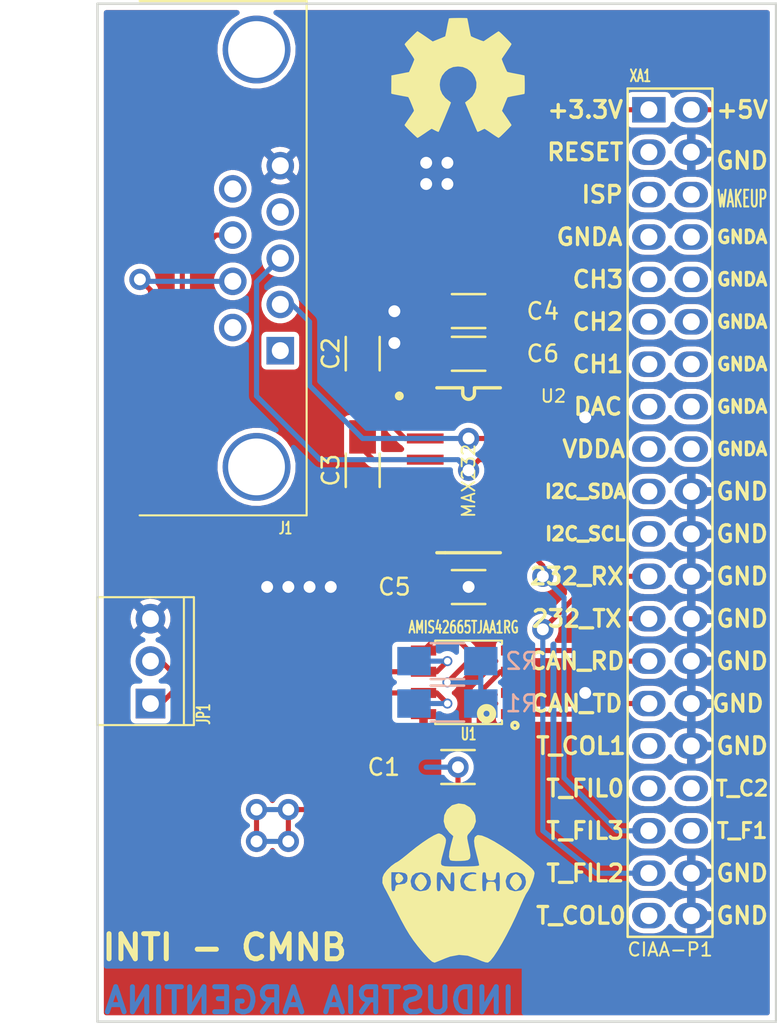
<source format=kicad_pcb>
(kicad_pcb (version 4) (host pcbnew 4.0.0-rc1-stable)
  (layers (0 F.Cu signal) (31 B.Cu signal) (34 B.Paste user) (35 F.Paste user) (36 B.SilkS user) (37 F.SilkS user) (38 B.Mask user) (39 F.Mask user) (44 Edge.Cuts user))
  (net 0 "")
  (net 1 GND)
  (net 2 +5V)
  (net 3 "Net-(C2-Pad1)")
  (net 4 "Net-(C2-Pad2)")
  (net 5 "Net-(C3-Pad1)")
  (net 6 "Net-(C3-Pad2)")
  (net 7 "Net-(C4-Pad2)")
  (net 8 "Net-(C5-Pad2)")
  (net 9 "Net-(J1-Pad1)")
  (net 10 "Net-(J1-Pad2)")
  (net 11 "Net-(J1-Pad3)")
  (net 12 "Net-(J1-Pad4)")
  (net 13 "Net-(J1-Pad6)")
  (net 14 "Net-(J1-Pad7)")
  (net 15 "Net-(J1-Pad8)")
  (net 16 "Net-(J1-Pad9)")
  (net 17 "/Conector y CAN/CAN_P")
  (net 18 "/Conector y CAN/CAN_N")
  (net 19 "Net-(R1-Pad2)")
  (net 20 "/Conector y CAN/CAN_TX")
  (net 21 "/Conector y CAN/CAN_RX")
  (net 22 "/Conector y CAN/RTS")
  (net 23 "/Conector y CAN/CTS")
  (net 24 "/Conector y CAN/RXD")
  (net 25 "/Conector y CAN/TXD")
  (net 26 +3.3V)
  (net 27 "Net-(XA1-Pad11)")
  (net 28 "Net-(XA1-Pad13)")
  (net 29 "Net-(XA1-Pad6)")
  (net 30 "Net-(XA1-Pad15)")
  (net 31 "Net-(XA1-Pad8)")
  (net 32 "Net-(XA1-Pad17)")
  (net 33 "Net-(XA1-Pad10)")
  (net 34 "Net-(XA1-Pad19)")
  (net 35 "Net-(XA1-Pad12)")
  (net 36 "Net-(XA1-Pad21)")
  (net 37 "Net-(XA1-Pad14)")
  (net 38 "Net-(XA1-Pad16)")
  (net 39 "Net-(XA1-Pad18)")
  (net 40 "Net-(XA1-Pad31)")
  (net 41 "Net-(XA1-Pad33)")
  (net 42 "Net-(XA1-Pad34)")
  (net 43 "Net-(XA1-Pad36)")
  (net 44 "Net-(XA1-Pad3)")
  (net 45 "Net-(XA1-Pad5)")
  (net 46 "Net-(XA1-Pad7)")
  (net 47 "Net-(XA1-Pad9)")
  (net 48 "Net-(XA1-Pad39)")
  (module ej2:DB9_F_TH (layer F.Cu) (at 196.85 73.66 90)
    (fp_text reference J1 (at -16.165 1.735 180) (layer F.SilkS) (effects (font (size 0.7112 0.4572) (thickness 0.1143))))
    (fp_text value DB9-F hide)
    (pad 1 thru_hole rect (at -5.5372 1.4224 90) (size 1.651 1.651) (drill 1.016) (layers *.Cu *.Mask) (net 9 "Net-(J1-Pad1)"))
    (pad 2 thru_hole circle (at -2.7686 1.4224 90) (size 1.651 1.651) (drill 1.016) (layers *.Cu *.Mask) (net 10 "Net-(J1-Pad2)"))
    (pad 3 thru_hole circle (at 0 1.4224 90) (size 1.651 1.651) (drill 1.016) (layers *.Cu *.Mask) (net 11 "Net-(J1-Pad3)"))
    (pad 4 thru_hole circle (at 2.7686 1.4224 90) (size 1.651 1.651) (drill 1.016) (layers *.Cu *.Mask) (net 12 "Net-(J1-Pad4)"))
    (pad 5 thru_hole circle (at 5.5372 1.4224 90) (size 1.651 1.651) (drill 1.016) (layers *.Cu *.Mask) (net 1 GND))
    (pad 6 thru_hole circle (at -4.1529 -1.4224 90) (size 1.651 1.651) (drill 1.016) (layers *.Cu *.Mask) (net 13 "Net-(J1-Pad6)"))
    (pad 7 thru_hole circle (at -1.3843 -1.4224 90) (size 1.651 1.651) (drill 1.016) (layers *.Cu *.Mask) (net 14 "Net-(J1-Pad7)"))
    (pad 8 thru_hole circle (at 1.3843 -1.4224 90) (size 1.651 1.651) (drill 1.016) (layers *.Cu *.Mask) (net 15 "Net-(J1-Pad8)"))
    (pad 9 thru_hole circle (at 4.1529 -1.4224 90) (size 1.651 1.651) (drill 1.016) (layers *.Cu *.Mask) (net 16 "Net-(J1-Pad9)"))
    (pad 10 thru_hole circle (at -12.4968 0 90) (size 4.064 4.064) (drill 3.4) (layers *.Cu *.Mask))
    (pad 11 thru_hole circle (at 12.4968 0 90) (size 4.064 4.064) (drill 3.4) (layers *.Cu *.Mask))
  )
  (module ej2:CON_PALETA_3 (layer F.Cu) (at 190.5 97.79 90)
    (fp_text reference JP1 (at -3.175 3.175 90) (layer F.SilkS) (effects (font (size 0.762 0.4572) (thickness 0.127))))
    (fp_text value CAN)
    (pad 1 thru_hole rect (at -2.54 0 90) (size 1.778 1.778) (drill 1) (layers *.Cu *.Mask) (net 17 "/Conector y CAN/CAN_P"))
    (pad 2 thru_hole circle (at 0 0 90) (size 1.778 1.778) (drill 1) (layers *.Cu *.Mask) (net 18 "/Conector y CAN/CAN_N"))
    (pad 3 thru_hole circle (at 2.54 0 90) (size 1.778 1.778) (drill 1) (layers *.Cu *.Mask) (net 1 GND))
  )
  (module ej2:R_1206_HandSoldering (layer B.Cu) (at 208.28 100.33)
    (fp_text reference R1 (at 4.445 0) (layer B.SilkS) (effects (justify mirror)))
    (fp_text value 60)
    (pad 1 smd rect (at -2 0) (size 2 1.7) (layers B.Cu B.Paste B.Mask) (net 17 "/Conector y CAN/CAN_P"))
    (pad 2 smd rect (at 2 0) (size 2 1.7) (layers B.Cu B.Paste B.Mask) (net 19 "Net-(R1-Pad2)"))
  )
  (module ej2:R_1206_HandSoldering (layer B.Cu) (at 208.28 97.79 180)
    (fp_text reference R2 (at -4.445 0 180) (layer B.SilkS) (effects (justify mirror)))
    (fp_text value 60)
    (pad 1 smd rect (at -2 0 180) (size 2 1.7) (layers B.Cu B.Paste B.Mask) (net 19 "Net-(R1-Pad2)"))
    (pad 2 smd rect (at 2 0 180) (size 2 1.7) (layers B.Cu B.Paste B.Mask) (net 18 "/Conector y CAN/CAN_N"))
  )
  (module ej2:SOIC-8 (layer F.Cu) (at 209.55 99.06 180)
    (fp_text reference U1 (at 0 -3.1 180) (layer F.SilkS) (effects (font (size 0.7112 0.4572) (thickness 0.1143))))
    (fp_text value AMIS42665TJAA1RG (at 0.3 3.3 180) (layer F.SilkS) (effects (font (size 0.7112 0.4572) (thickness 0.1143))))
    (pad 1 smd rect (at -2.7 -1.905 90) (size 0.6 1.52) (layers F.Cu F.Paste F.Mask) (net 20 "/Conector y CAN/CAN_TX"))
    (pad 2 smd rect (at -2.7 -0.635 90) (size 0.6 1.52) (layers F.Cu F.Paste F.Mask) (net 1 GND))
    (pad 3 smd rect (at -2.7 0.635 90) (size 0.6 1.52) (layers F.Cu F.Paste F.Mask) (net 2 +5V))
    (pad 4 smd rect (at -2.7 1.905 90) (size 0.6 1.52) (layers F.Cu F.Paste F.Mask) (net 21 "/Conector y CAN/CAN_RX"))
    (pad 5 smd rect (at 2.7 1.905 90) (size 0.6 1.52) (layers F.Cu F.Paste F.Mask) (net 19 "Net-(R1-Pad2)"))
    (pad 6 smd rect (at 2.7 0.635 90) (size 0.6 1.52) (layers F.Cu F.Paste F.Mask) (net 18 "/Conector y CAN/CAN_N"))
    (pad 7 smd rect (at 2.7 -0.635 90) (size 0.6 1.52) (layers F.Cu F.Paste F.Mask) (net 17 "/Conector y CAN/CAN_P"))
    (pad 8 smd rect (at 2.7 -1.905 90) (size 0.6 1.52) (layers F.Cu F.Paste F.Mask) (net 1 GND))
  )
  (module ej2:SP3232ECN-SOIC16N (layer F.Cu) (at 209.55 86.36 270)
    (fp_text reference U2 (at -4.445 -5.08 360) (layer F.SilkS) (effects (font (size 0.762 0.762) (thickness 0.1143))))
    (fp_text value MAX232 (at 0.635 0 270) (layer F.SilkS) (effects (font (size 0.762 0.762) (thickness 0.1143))))
    (pad 1 smd rect (at -4.445 2.59842 270) (size 0.59944 2.19964) (layers F.Cu F.Paste F.Mask) (net 3 "Net-(C2-Pad1)"))
    (pad 2 smd rect (at -3.175 2.59842 270) (size 0.59944 2.19964) (layers F.Cu F.Paste F.Mask) (net 7 "Net-(C4-Pad2)"))
    (pad 3 smd rect (at -1.905 2.59842 270) (size 0.59944 2.19964) (layers F.Cu F.Paste F.Mask) (net 4 "Net-(C2-Pad2)"))
    (pad 4 smd rect (at -0.635 2.59842 270) (size 0.59944 2.19964) (layers F.Cu F.Paste F.Mask) (net 5 "Net-(C3-Pad1)"))
    (pad 5 smd rect (at 0.635 2.59842 270) (size 0.59944 2.19964) (layers F.Cu F.Paste F.Mask) (net 6 "Net-(C3-Pad2)"))
    (pad 6 smd rect (at 1.905 2.59842 270) (size 0.59944 2.19964) (layers F.Cu F.Paste F.Mask) (net 8 "Net-(C5-Pad2)"))
    (pad 7 smd rect (at 3.175 2.59842 270) (size 0.59944 2.19964) (layers F.Cu F.Paste F.Mask) (net 15 "Net-(J1-Pad8)"))
    (pad 8 smd rect (at 4.445 2.59842 270) (size 0.59944 2.19964) (layers F.Cu F.Paste F.Mask) (net 14 "Net-(J1-Pad7)"))
    (pad 9 smd rect (at 4.445 -2.59842 270) (size 0.59944 2.19964) (layers F.Cu F.Paste F.Mask) (net 22 "/Conector y CAN/RTS"))
    (pad 10 smd rect (at 3.175 -2.59842 270) (size 0.59944 2.19964) (layers F.Cu F.Paste F.Mask) (net 23 "/Conector y CAN/CTS"))
    (pad 11 smd rect (at 1.905 -2.59842 270) (size 0.59944 2.19964) (layers F.Cu F.Paste F.Mask) (net 24 "/Conector y CAN/RXD"))
    (pad 12 smd rect (at 0.635 -2.59842 270) (size 0.59944 2.19964) (layers F.Cu F.Paste F.Mask) (net 25 "/Conector y CAN/TXD"))
    (pad 13 smd rect (at -0.635 -2.59842 270) (size 0.59944 2.19964) (layers F.Cu F.Paste F.Mask) (net 11 "Net-(J1-Pad3)"))
    (pad 14 smd rect (at -1.905 -2.59842 270) (size 0.59944 2.19964) (layers F.Cu F.Paste F.Mask) (net 10 "Net-(J1-Pad2)"))
    (pad 15 smd rect (at -3.175 -2.59842 270) (size 0.59944 2.19964) (layers F.Cu F.Paste F.Mask) (net 1 GND))
    (pad 16 smd rect (at -4.445 -2.59842 270) (size 0.59944 2.19964) (layers F.Cu F.Paste F.Mask) (net 26 +3.3V))
  )
  (module ej2:Conn_Poncho_Derecha (layer F.Cu) (at 220.345 64.77)
    (fp_text reference XA1 (at -0.508 -2.032) (layer F.SilkS) (effects (font (size 0.7112 0.4572) (thickness 0.1143))))
    (fp_text value Conn_Poncho2P_2x_20x2 hide)
    (fp_text user GND (at 5.588 48.26) (layer F.SilkS) (effects (font (thickness 0.2))))
    (fp_text user GND (at 5.588 45.72) (layer F.SilkS) (effects (font (thickness 0.2))))
    (fp_text user T_F1 (at 5.588 43.18) (layer F.SilkS) (effects (font (size 0.9 0.9) (thickness 0.18))))
    (fp_text user T_C2 (at 5.588 40.64) (layer F.SilkS) (effects (font (size 0.9 0.9) (thickness 0.18))))
    (fp_text user GND (at 5.588 38.1) (layer F.SilkS) (effects (font (thickness 0.2))))
    (fp_text user GND (at 5.334 35.56) (layer F.SilkS) (effects (font (thickness 0.2))))
    (fp_text user GND (at 5.588 33.02) (layer F.SilkS) (effects (font (thickness 0.2))))
    (fp_text user GND (at 5.588 30.48) (layer F.SilkS) (effects (font (thickness 0.2))))
    (fp_text user GND (at 5.588 27.94) (layer F.SilkS) (effects (font (thickness 0.2))))
    (fp_text user GND (at 5.588 25.4) (layer F.SilkS) (effects (font (thickness 0.2))))
    (fp_text user GND (at 5.588 22.86) (layer F.SilkS) (effects (font (thickness 0.2))))
    (fp_text user GNDA (at 5.588 20.32) (layer F.SilkS) (effects (font (size 0.76 0.76) (thickness 0.19))))
    (fp_text user GNDA (at 5.588 17.78) (layer F.SilkS) (effects (font (size 0.76 0.76) (thickness 0.19))))
    (fp_text user GNDA (at 5.588 15.24) (layer F.SilkS) (effects (font (size 0.76 0.76) (thickness 0.19))))
    (fp_text user GNDA (at 5.588 12.7) (layer F.SilkS) (effects (font (size 0.76 0.76) (thickness 0.19))))
    (fp_text user GNDA (at 5.588 10.16) (layer F.SilkS) (effects (font (size 0.76 0.76) (thickness 0.19))))
    (fp_text user GNDA (at 5.588 7.62) (layer F.SilkS) (effects (font (size 0.76 0.76) (thickness 0.19))))
    (fp_text user WAKEUP (at 5.588 5.334) (layer F.SilkS) (effects (font (size 1 0.5) (thickness 0.125))))
    (fp_text user GND (at 5.588 3.048) (layer F.SilkS) (effects (font (thickness 0.2))))
    (fp_text user +5V (at 5.588 0) (layer F.SilkS) (effects (font (thickness 0.2))))
    (fp_text user T_COL0 (at -4.064 48.26) (layer F.SilkS) (effects (font (thickness 0.2))))
    (fp_text user T_FIL2 (at -3.81 45.72) (layer F.SilkS) (effects (font (thickness 0.2))))
    (fp_text user T_FIL3 (at -3.81 43.18) (layer F.SilkS) (effects (font (thickness 0.2))))
    (fp_text user T_FIL0 (at -3.81 40.64) (layer F.SilkS) (effects (font (thickness 0.2))))
    (fp_text user T_COL1 (at -4.064 38.1) (layer F.SilkS) (effects (font (thickness 0.2))))
    (fp_text user CAN_TD (at -4.318 35.56) (layer F.SilkS) (effects (font (thickness 0.2))))
    (fp_text user CAN_RD (at -4.318 33.02) (layer F.SilkS) (effects (font (thickness 0.2))))
    (fp_text user 232_TX (at -4.318 30.48) (layer F.SilkS) (effects (font (thickness 0.2))))
    (fp_text user 232_RX (at -4.318 27.94) (layer F.SilkS) (effects (font (thickness 0.2))))
    (fp_text user I2C_SCL (at -3.81 25.4) (layer F.SilkS) (effects (font (size 0.8 0.8) (thickness 0.2))))
    (fp_text user I2C_SDA (at -3.81 22.86) (layer F.SilkS) (effects (font (size 0.8 0.8) (thickness 0.2))))
    (fp_text user VDDA (at -3.302 20.32) (layer F.SilkS) (effects (font (thickness 0.2))))
    (fp_text user DAC (at -3.048 17.78) (layer F.SilkS) (effects (font (thickness 0.2))))
    (fp_text user CH1 (at -3.048 15.24) (layer F.SilkS) (effects (font (thickness 0.2))))
    (fp_text user CH2 (at -3.048 12.7) (layer F.SilkS) (effects (font (thickness 0.2))))
    (fp_text user CH3 (at -3.048 10.16) (layer F.SilkS) (effects (font (thickness 0.2))))
    (fp_text user GNDA (at -3.556 7.62) (layer F.SilkS) (effects (font (thickness 0.2))))
    (fp_text user ISP (at -2.794 5.08) (layer F.SilkS) (effects (font (thickness 0.2))))
    (fp_text user RESET (at -3.81 2.54) (layer F.SilkS) (effects (font (thickness 0.2))))
    (fp_text user CIAA-P1 (at 1.27 50.292) (layer F.SilkS) (effects (font (size 0.8 0.8) (thickness 0.12))))
    (fp_text user +3.3V (at -3.81 0) (layer F.SilkS) (effects (font (thickness 0.2))))
    (pad 1 thru_hole rect (at 0 0 270) (size 1.524 2) (drill 1.016) (layers *.Cu *.Mask) (net 26 +3.3V))
    (pad 2 thru_hole oval (at 2.54 0 270) (size 1.524 2) (drill 1.016) (layers *.Cu *.Mask) (net 2 +5V))
    (pad 11 thru_hole oval (at 0 12.7 270) (size 1.524 2) (drill 1.016) (layers *.Cu *.Mask) (net 27 "Net-(XA1-Pad11)"))
    (pad 4 thru_hole oval (at 2.54 2.54 270) (size 1.524 2) (drill 1.016) (layers *.Cu *.Mask) (net 1 GND))
    (pad 13 thru_hole oval (at 0 15.24 270) (size 1.524 2) (drill 1.016) (layers *.Cu *.Mask) (net 28 "Net-(XA1-Pad13)"))
    (pad 6 thru_hole oval (at 2.54 5.08 270) (size 1.524 2) (drill 1.016) (layers *.Cu *.Mask) (net 29 "Net-(XA1-Pad6)"))
    (pad 15 thru_hole oval (at 0 17.78 270) (size 1.524 2) (drill 1.016) (layers *.Cu *.Mask) (net 30 "Net-(XA1-Pad15)"))
    (pad 8 thru_hole oval (at 2.54 7.62 270) (size 1.524 2) (drill 1.016) (layers *.Cu *.Mask) (net 31 "Net-(XA1-Pad8)"))
    (pad 17 thru_hole oval (at 0 20.32 270) (size 1.524 2) (drill 1.016) (layers *.Cu *.Mask) (net 32 "Net-(XA1-Pad17)"))
    (pad 10 thru_hole oval (at 2.54 10.16 270) (size 1.524 2) (drill 1.016) (layers *.Cu *.Mask) (net 33 "Net-(XA1-Pad10)"))
    (pad 19 thru_hole oval (at 0 22.86 270) (size 1.524 2) (drill 1.016) (layers *.Cu *.Mask) (net 34 "Net-(XA1-Pad19)"))
    (pad 12 thru_hole oval (at 2.54 12.7 270) (size 1.524 2) (drill 1.016) (layers *.Cu *.Mask) (net 35 "Net-(XA1-Pad12)"))
    (pad 21 thru_hole oval (at 0 25.4 270) (size 1.524 2) (drill 1.016) (layers *.Cu *.Mask) (net 36 "Net-(XA1-Pad21)"))
    (pad 14 thru_hole oval (at 2.54 15.24 270) (size 1.524 2) (drill 1.016) (layers *.Cu *.Mask) (net 37 "Net-(XA1-Pad14)"))
    (pad 23 thru_hole oval (at 0 27.94 270) (size 1.524 2) (drill 1.016) (layers *.Cu *.Mask) (net 25 "/Conector y CAN/TXD"))
    (pad 16 thru_hole oval (at 2.54 17.78 270) (size 1.524 2) (drill 1.016) (layers *.Cu *.Mask) (net 38 "Net-(XA1-Pad16)"))
    (pad 25 thru_hole oval (at 0 30.48 270) (size 1.524 2) (drill 1.016) (layers *.Cu *.Mask) (net 24 "/Conector y CAN/RXD"))
    (pad 18 thru_hole oval (at 2.54 20.32 270) (size 1.524 2) (drill 1.016) (layers *.Cu *.Mask) (net 39 "Net-(XA1-Pad18)"))
    (pad 27 thru_hole oval (at 0 33.02 270) (size 1.524 2) (drill 1.016) (layers *.Cu *.Mask) (net 21 "/Conector y CAN/CAN_RX"))
    (pad 20 thru_hole oval (at 2.54 22.86 270) (size 1.524 2) (drill 1.016) (layers *.Cu *.Mask) (net 1 GND))
    (pad 29 thru_hole oval (at 0 35.56 270) (size 1.524 2) (drill 1.016) (layers *.Cu *.Mask) (net 20 "/Conector y CAN/CAN_TX"))
    (pad 22 thru_hole oval (at 2.54 25.4 270) (size 1.524 2) (drill 1.016) (layers *.Cu *.Mask) (net 1 GND))
    (pad 31 thru_hole oval (at 0 38.1 270) (size 1.524 2) (drill 1.016) (layers *.Cu *.Mask) (net 40 "Net-(XA1-Pad31)"))
    (pad 24 thru_hole oval (at 2.54 27.94 270) (size 1.524 2) (drill 1.016) (layers *.Cu *.Mask) (net 1 GND))
    (pad 26 thru_hole oval (at 2.54 30.48 270) (size 1.524 2) (drill 1.016) (layers *.Cu *.Mask) (net 1 GND))
    (pad 33 thru_hole oval (at 0 40.64 270) (size 1.524 2) (drill 1.016) (layers *.Cu *.Mask) (net 41 "Net-(XA1-Pad33)"))
    (pad 28 thru_hole oval (at 2.54 33.02 270) (size 1.524 2) (drill 1.016) (layers *.Cu *.Mask) (net 1 GND))
    (pad 32 thru_hole oval (at 2.54 38.1 270) (size 1.524 2) (drill 1.016) (layers *.Cu *.Mask) (net 1 GND))
    (pad 34 thru_hole oval (at 2.54 40.64 270) (size 1.524 2) (drill 1.016) (layers *.Cu *.Mask) (net 42 "Net-(XA1-Pad34)"))
    (pad 36 thru_hole oval (at 2.54 43.18 270) (size 1.524 2) (drill 1.016) (layers *.Cu *.Mask) (net 43 "Net-(XA1-Pad36)"))
    (pad 38 thru_hole oval (at 2.54 45.72 270) (size 1.524 2) (drill 1.016) (layers *.Cu *.Mask) (net 1 GND))
    (pad 35 thru_hole oval (at 0 43.18 270) (size 1.524 2) (drill 1.016) (layers *.Cu *.Mask) (net 22 "/Conector y CAN/RTS"))
    (pad 37 thru_hole oval (at 0 45.72 270) (size 1.524 2) (drill 1.016) (layers *.Cu *.Mask) (net 23 "/Conector y CAN/CTS"))
    (pad 3 thru_hole oval (at 0 2.54 270) (size 1.524 2) (drill 1.016) (layers *.Cu *.Mask) (net 44 "Net-(XA1-Pad3)"))
    (pad 5 thru_hole oval (at 0 5.08 270) (size 1.524 2) (drill 1.016) (layers *.Cu *.Mask) (net 45 "Net-(XA1-Pad5)"))
    (pad 7 thru_hole oval (at 0 7.62 270) (size 1.524 2) (drill 1.016) (layers *.Cu *.Mask) (net 46 "Net-(XA1-Pad7)"))
    (pad 9 thru_hole oval (at 0 10.16 270) (size 1.524 2) (drill 1.016) (layers *.Cu *.Mask) (net 47 "Net-(XA1-Pad9)"))
    (pad 39 thru_hole oval (at 0 48.26 270) (size 1.524 2) (drill 1.016) (layers *.Cu *.Mask) (net 48 "Net-(XA1-Pad39)"))
    (pad 40 thru_hole oval (at 2.54 48.26 270) (size 1.524 2) (drill 1.016) (layers *.Cu *.Mask) (net 1 GND))
    (pad 30 thru_hole oval (at 2.54 35.56 270) (size 1.524 2) (drill 1.016) (layers *.Cu *.Mask) (net 1 GND))
  )
  (module ej2:C_1206_HandSoldering (layer F.Cu) (at 208.915 104.14)
    (fp_text reference C1 (at -4.445 0) (layer F.SilkS))
    (fp_text value 100nF)
    (pad 1 smd rect (at -2 0) (size 2 1.6) (layers F.Cu F.Paste F.Mask) (net 1 GND))
    (pad 2 smd rect (at 2 0) (size 2 1.6) (layers F.Cu F.Paste F.Mask) (net 2 +5V))
  )
  (module ej2:C_1206_HandSoldering (layer F.Cu) (at 203.2 79.375 270)
    (fp_text reference C2 (at 0 1.905 270) (layer F.SilkS))
    (fp_text value 100nF)
    (pad 1 smd rect (at -2 0 270) (size 2 1.6) (layers F.Cu F.Paste F.Mask) (net 3 "Net-(C2-Pad1)"))
    (pad 2 smd rect (at 2 0 270) (size 2 1.6) (layers F.Cu F.Paste F.Mask) (net 4 "Net-(C2-Pad2)"))
  )
  (module ej2:C_1206_HandSoldering (layer F.Cu) (at 203.2 86.36 270)
    (fp_text reference C3 (at 0 1.905 270) (layer F.SilkS))
    (fp_text value 100nF)
    (pad 1 smd rect (at -2 0 270) (size 2 1.6) (layers F.Cu F.Paste F.Mask) (net 5 "Net-(C3-Pad1)"))
    (pad 2 smd rect (at 2 0 270) (size 2 1.6) (layers F.Cu F.Paste F.Mask) (net 6 "Net-(C3-Pad2)"))
  )
  (module ej2:C_1206_HandSoldering (layer F.Cu) (at 209.55 76.835)
    (fp_text reference C4 (at 4.445 0) (layer F.SilkS))
    (fp_text value 100nF)
    (pad 1 smd rect (at -2 0) (size 2 1.6) (layers F.Cu F.Paste F.Mask) (net 1 GND))
    (pad 2 smd rect (at 2 0) (size 2 1.6) (layers F.Cu F.Paste F.Mask) (net 7 "Net-(C4-Pad2)"))
  )
  (module ej2:C_1206_HandSoldering (layer F.Cu) (at 209.55 93.345 180)
    (fp_text reference C5 (at 4.445 0 180) (layer F.SilkS))
    (fp_text value 100nF)
    (pad 1 smd rect (at -2 0 180) (size 2 1.6) (layers F.Cu F.Paste F.Mask) (net 1 GND))
    (pad 2 smd rect (at 2 0 180) (size 2 1.6) (layers F.Cu F.Paste F.Mask) (net 8 "Net-(C5-Pad2)"))
  )
  (module ej2:C_1206_HandSoldering (layer F.Cu) (at 209.55 79.375 180)
    (fp_text reference C6 (at -4.445 0 180) (layer F.SilkS))
    (fp_text value 100nF)
    (pad 1 smd rect (at -2 0 180) (size 2 1.6) (layers F.Cu F.Paste F.Mask) (net 26 +3.3V))
    (pad 2 smd rect (at 2 0 180) (size 2 1.6) (layers F.Cu F.Paste F.Mask) (net 1 GND))
  )
  (module ej2:Logo_Poncho (layer F.Cu) (at 208.915 111.125)
    (fp_text reference G*** hide)
    (fp_text value LOGO hide)
  )
  (module ej2:Logo_OSHWA (layer F.Cu) (at 208.915 62.865)
    (fp_text reference G101 hide)
    (fp_text value Logo_OSHWA hide)
  )
  (gr_text "INTI - CMNB" (at 194.945 114.935) (layer F.SilkS) (effects (font (size 1.5 1.5) (thickness 0.3))))
  (gr_text "INDUSTRIA ARGENTINA\n" (at 200.025 118.11) (layer B.Cu) (effects (font (size 1.5 1.5) (thickness 0.3)) (justify mirror)))
  (gr_line (start 187.325 119.38) (end 187.325 58.42) (angle 90) (layer Edge.Cuts) (width 0.15))
  (gr_line (start 227.965 119.38) (end 187.325 119.38) (angle 90) (layer Edge.Cuts) (width 0.15))
  (gr_line (start 227.965 58.42) (end 227.965 119.38) (angle 90) (layer Edge.Cuts) (width 0.15))
  (gr_line (start 187.325 58.42) (end 227.965 58.42) (angle 90) (layer Edge.Cuts) (width 0.15))
  (segment (start 198.755 108.585) (end 198.755 106.68) (width 0.3048) (layer F.Cu) (net 0))
  (via (at 198.755 108.585) (size 1.27) (drill 0.7112) (layers F.Cu B.Cu) (net 0))
  (segment (start 196.85 108.585) (end 198.755 108.585) (width 0.3048) (layer B.Cu) (net 0))
  (via (at 196.85 108.585) (size 1.27) (drill 0.7112) (layers F.Cu B.Cu) (net 0))
  (segment (start 196.85 106.68) (end 196.85 108.585) (width 0.3048) (layer F.Cu) (net 0))
  (via (at 196.85 106.68) (size 1.27) (drill 0.7112) (layers F.Cu B.Cu) (net 0))
  (segment (start 198.755 106.68) (end 196.85 106.68) (width 0.3048) (layer B.Cu) (net 0))
  (via (at 198.755 106.68) (size 1.27) (drill 0.7112) (layers F.Cu B.Cu) (net 0))
  (segment (start 199.39 106.68) (end 198.755 106.68) (width 0.3048) (layer F.Cu) (net 0))
  (segment (start 207.645 106.68) (end 199.39 106.68) (width 0.3048) (layer F.Cu) (net 0))
  (segment (start 208.915 105.41) (end 207.645 106.68) (width 0.3048) (layer F.Cu) (net 0))
  (segment (start 208.915 104.14) (end 208.915 105.41) (width 0.3048) (layer F.Cu) (net 0))
  (via (at 208.915 104.14) (size 1.27) (drill 0.7112) (layers F.Cu B.Cu) (net 0))
  (segment (start 207.01 104.14) (end 208.915 104.14) (width 0.3048) (layer B.Cu) (net 0))
  (segment (start 207.01 67.945) (end 207.01 69.215) (width 0.3048) (layer F.Cu) (net 1))
  (segment (start 205.105 71.12) (end 207.01 69.215) (width 0.3048) (layer F.Cu) (net 1))
  (via (at 207.01 69.215) (size 1.27) (drill 0.7112) (layers F.Cu B.Cu) (net 1))
  (segment (start 207.01 69.215) (end 208.28 69.215) (width 0.3048) (layer B.Cu) (net 1))
  (via (at 208.28 69.215) (size 1.27) (drill 0.7112) (layers F.Cu B.Cu) (net 1))
  (segment (start 208.28 69.215) (end 208.28 67.945) (width 0.3048) (layer F.Cu) (net 1))
  (via (at 208.28 67.945) (size 1.27) (drill 0.7112) (layers F.Cu B.Cu) (net 1))
  (segment (start 208.28 67.945) (end 207.01 67.945) (width 0.3048) (layer B.Cu) (net 1))
  (via (at 207.01 67.945) (size 1.27) (drill 0.7112) (layers F.Cu B.Cu) (net 1))
  (segment (start 205.105 76.835) (end 205.105 71.12) (width 0.3048) (layer F.Cu) (net 1))
  (segment (start 207.55 79.375) (end 205.74 79.375) (width 0.3048) (layer F.Cu) (net 1))
  (segment (start 205.105 76.835) (end 207.55 76.835) (width 0.3048) (layer F.Cu) (net 1))
  (via (at 205.105 76.835) (size 1.27) (drill 0.7112) (layers F.Cu B.Cu) (net 1))
  (segment (start 205.105 78.74) (end 205.105 76.835) (width 0.3048) (layer B.Cu) (net 1))
  (via (at 205.105 78.74) (size 1.27) (drill 0.7112) (layers F.Cu B.Cu) (net 1))
  (segment (start 205.74 79.375) (end 205.105 78.74) (width 0.3048) (layer F.Cu) (net 1))
  (segment (start 212.25 99.695) (end 216.535 99.695) (width 0.3048) (layer F.Cu) (net 1))
  (segment (start 216.535 83.185) (end 212.14842 83.185) (width 0.3048) (layer F.Cu) (net 1))
  (via (at 216.535 83.185) (size 1.27) (drill 0.7112) (layers F.Cu B.Cu) (net 1))
  (segment (start 216.535 99.695) (end 216.535 83.185) (width 0.3048) (layer B.Cu) (net 1))
  (via (at 216.535 99.695) (size 1.27) (drill 0.7112) (layers F.Cu B.Cu) (net 1))
  (segment (start 211.55 93.345) (end 209.55 93.345) (width 0.3048) (layer F.Cu) (net 1))
  (via (at 197.485 93.345) (size 1.27) (drill 0.7112) (layers F.Cu B.Cu) (net 1))
  (segment (start 198.755 93.345) (end 197.485 93.345) (width 0.3048) (layer F.Cu) (net 1))
  (via (at 198.755 93.345) (size 1.27) (drill 0.7112) (layers F.Cu B.Cu) (net 1))
  (segment (start 200.025 93.345) (end 198.755 93.345) (width 0.3048) (layer B.Cu) (net 1))
  (via (at 200.025 93.345) (size 1.27) (drill 0.7112) (layers F.Cu B.Cu) (net 1))
  (segment (start 201.295 93.345) (end 200.025 93.345) (width 0.3048) (layer F.Cu) (net 1))
  (via (at 201.295 93.345) (size 1.27) (drill 0.7112) (layers F.Cu B.Cu) (net 1))
  (segment (start 209.55 93.345) (end 201.295 93.345) (width 0.3048) (layer B.Cu) (net 1))
  (via (at 209.55 93.345) (size 1.27) (drill 0.7112) (layers F.Cu B.Cu) (net 1))
  (segment (start 206.85 100.965) (end 206.85 104.075) (width 0.3048) (layer F.Cu) (net 1))
  (segment (start 206.85 104.075) (end 206.915 104.14) (width 0.3048) (layer F.Cu) (net 1))
  (segment (start 222.885 64.77) (end 224.155 64.77) (width 0.3048) (layer F.Cu) (net 2))
  (segment (start 210.915 113.76) (end 210.915 104.14) (width 0.3048) (layer F.Cu) (net 2))
  (segment (start 212.725 115.57) (end 210.915 113.76) (width 0.3048) (layer F.Cu) (net 2))
  (segment (start 224.155 115.57) (end 212.725 115.57) (width 0.3048) (layer F.Cu) (net 2))
  (segment (start 225.425 114.3) (end 224.155 115.57) (width 0.3048) (layer F.Cu) (net 2))
  (segment (start 225.425 66.04) (end 225.425 114.3) (width 0.3048) (layer F.Cu) (net 2))
  (segment (start 224.155 64.77) (end 225.425 66.04) (width 0.3048) (layer F.Cu) (net 2))
  (segment (start 212.25 98.425) (end 211.455 98.425) (width 0.3048) (layer F.Cu) (net 2))
  (segment (start 210.915 102.965) (end 210.915 104.14) (width 0.3048) (layer F.Cu) (net 2))
  (segment (start 210.185 102.235) (end 210.915 102.965) (width 0.3048) (layer F.Cu) (net 2))
  (segment (start 210.185 99.695) (end 210.185 102.235) (width 0.3048) (layer F.Cu) (net 2))
  (segment (start 211.455 98.425) (end 210.185 99.695) (width 0.3048) (layer F.Cu) (net 2))
  (segment (start 206.95158 81.915) (end 206.95158 81.85658) (width 0.3048) (layer F.Cu) (net 3))
  (segment (start 206.95158 81.85658) (end 205.105 80.01) (width 0.3048) (layer F.Cu) (net 3))
  (segment (start 205.105 80.01) (end 204.47 80.01) (width 0.3048) (layer F.Cu) (net 3))
  (segment (start 204.47 80.01) (end 203.2 78.74) (width 0.3048) (layer F.Cu) (net 3))
  (segment (start 203.2 78.74) (end 203.2 77.375) (width 0.3048) (layer F.Cu) (net 3))
  (segment (start 206.95158 84.455) (end 205.74 84.455) (width 0.3048) (layer F.Cu) (net 4))
  (segment (start 205.105 82.55) (end 203.93 81.375) (width 0.3048) (layer F.Cu) (net 4))
  (segment (start 205.105 83.82) (end 205.105 82.55) (width 0.3048) (layer F.Cu) (net 4))
  (segment (start 205.74 84.455) (end 205.105 83.82) (width 0.3048) (layer F.Cu) (net 4))
  (segment (start 203.93 81.375) (end 203.2 81.375) (width 0.3048) (layer F.Cu) (net 4))
  (segment (start 202.66 81.915) (end 202.565 81.82) (width 0.3048) (layer F.Cu) (net 4))
  (segment (start 202.66 81.915) (end 202.565 81.82) (width 0.3048) (layer F.Cu) (net 4))
  (segment (start 203.2 84.36) (end 203.2 85.09) (width 0.3048) (layer F.Cu) (net 5))
  (segment (start 203.2 85.09) (end 203.835 85.725) (width 0.3048) (layer F.Cu) (net 5))
  (segment (start 203.835 85.725) (end 206.95158 85.725) (width 0.3048) (layer F.Cu) (net 5))
  (segment (start 203.2 88.36) (end 203.2 87.63) (width 0.3048) (layer F.Cu) (net 6))
  (segment (start 203.2 87.63) (end 203.835 86.995) (width 0.3048) (layer F.Cu) (net 6))
  (segment (start 203.835 86.995) (end 206.95158 86.995) (width 0.3048) (layer F.Cu) (net 6))
  (segment (start 206.95158 83.185) (end 208.915 83.185) (width 0.3048) (layer F.Cu) (net 7))
  (segment (start 210.185 76.835) (end 211.55 76.835) (width 0.3048) (layer F.Cu) (net 7))
  (segment (start 209.55 77.47) (end 210.185 76.835) (width 0.3048) (layer F.Cu) (net 7))
  (segment (start 209.55 82.55) (end 209.55 77.47) (width 0.3048) (layer F.Cu) (net 7))
  (segment (start 208.915 83.185) (end 209.55 82.55) (width 0.3048) (layer F.Cu) (net 7))
  (segment (start 206.95158 88.265) (end 208.28 88.265) (width 0.3048) (layer F.Cu) (net 8))
  (segment (start 208.915 91.98) (end 207.55 93.345) (width 0.3048) (layer F.Cu) (net 8))
  (segment (start 208.915 88.9) (end 208.915 91.98) (width 0.3048) (layer F.Cu) (net 8))
  (segment (start 208.28 88.265) (end 208.915 88.9) (width 0.3048) (layer F.Cu) (net 8))
  (via (at 209.55 84.455) (size 1.27) (drill 0.7112) (layers F.Cu B.Cu) (net 10))
  (segment (start 212.14842 84.455) (end 209.55 84.455) (width 0.3048) (layer F.Cu) (net 10))
  (segment (start 203.2 84.455) (end 209.55 84.455) (width 0.3048) (layer B.Cu) (net 10))
  (segment (start 200.025 81.28) (end 203.2 84.455) (width 0.3048) (layer B.Cu) (net 10))
  (segment (start 200.025 77.47) (end 200.025 81.28) (width 0.3048) (layer B.Cu) (net 10))
  (segment (start 200.025 77.47) (end 198.9836 76.4286) (width 0.3048) (layer B.Cu) (net 10))
  (segment (start 198.2724 76.4286) (end 198.9836 76.4286) (width 0.3048) (layer B.Cu) (net 10))
  (via (at 209.55 86.36) (size 1.27) (drill 0.7112) (layers F.Cu B.Cu) (net 11))
  (segment (start 209.55 86.36) (end 208.915 85.725) (width 0.3048) (layer B.Cu) (net 11))
  (segment (start 208.915 85.725) (end 200.66 85.725) (width 0.3048) (layer B.Cu) (net 11))
  (segment (start 212.14842 85.725) (end 210.185 85.725) (width 0.3048) (layer F.Cu) (net 11))
  (segment (start 209.55 86.36) (end 210.185 85.725) (width 0.3048) (layer F.Cu) (net 11))
  (segment (start 209.55 86.36) (end 208.915 85.725) (width 0.3048) (layer B.Cu) (net 11))
  (segment (start 200.66 85.725) (end 196.85 81.915) (width 0.3048) (layer B.Cu) (net 11))
  (segment (start 196.85 81.915) (end 196.85 75.0824) (width 0.3048) (layer B.Cu) (net 11))
  (segment (start 196.85 75.0824) (end 198.2724 73.66) (width 0.3048) (layer B.Cu) (net 11))
  (segment (start 198.2724 73.66) (end 198.755 73.66) (width 0.3048) (layer B.Cu) (net 11))
  (via (at 189.865 74.93) (size 1.27) (drill 0.7112) (layers F.Cu B.Cu) (net 14))
  (segment (start 205.74 91.44) (end 194.945 91.44) (width 0.3048) (layer F.Cu) (net 14))
  (segment (start 194.945 91.44) (end 190.5 86.995) (width 0.3048) (layer F.Cu) (net 14))
  (segment (start 190.5 86.995) (end 190.5 75.565) (width 0.3048) (layer F.Cu) (net 14))
  (segment (start 190.5 75.565) (end 189.865 74.93) (width 0.3048) (layer F.Cu) (net 14))
  (segment (start 189.865 74.93) (end 189.9793 75.0443) (width 0.3048) (layer B.Cu) (net 14))
  (segment (start 195.4276 75.0443) (end 189.9793 75.0443) (width 0.3048) (layer B.Cu) (net 14))
  (segment (start 205.74 91.44) (end 206.375 90.805) (width 0.3048) (layer F.Cu) (net 14))
  (segment (start 206.95158 90.805) (end 206.375 90.805) (width 0.3048) (layer F.Cu) (net 14))
  (segment (start 195.4276 72.2757) (end 194.4243 72.2757) (width 0.3048) (layer F.Cu) (net 15))
  (segment (start 205.74 89.535) (end 205.105 90.17) (width 0.3048) (layer F.Cu) (net 15))
  (segment (start 205.105 90.17) (end 195.58 90.17) (width 0.3048) (layer F.Cu) (net 15))
  (segment (start 195.58 90.17) (end 192.405 86.995) (width 0.3048) (layer F.Cu) (net 15))
  (segment (start 192.405 86.995) (end 192.405 74.295) (width 0.3048) (layer F.Cu) (net 15))
  (segment (start 192.405 74.295) (end 194.31 72.39) (width 0.3048) (layer F.Cu) (net 15))
  (segment (start 205.74 89.535) (end 206.95158 89.535) (width 0.3048) (layer F.Cu) (net 15))
  (segment (start 194.4243 72.2757) (end 194.31 72.39) (width 0.3048) (layer F.Cu) (net 15))
  (segment (start 206.85 99.695) (end 207.645 99.695) (width 0.3048) (layer F.Cu) (net 17))
  (segment (start 208.28 100.33) (end 206.28 100.33) (width 0.3048) (layer B.Cu) (net 17))
  (via (at 208.28 100.33) (size 0.6) (drill 0.4) (layers F.Cu B.Cu) (net 17))
  (segment (start 207.645 99.695) (end 208.28 100.33) (width 0.3048) (layer F.Cu) (net 17))
  (segment (start 190.5 100.33) (end 191.135 100.33) (width 0.3048) (layer F.Cu) (net 17))
  (segment (start 191.135 100.33) (end 191.77 99.695) (width 0.3048) (layer F.Cu) (net 17))
  (segment (start 191.77 99.695) (end 206.85 99.695) (width 0.3048) (layer F.Cu) (net 17))
  (segment (start 206.85 98.425) (end 207.645 98.425) (width 0.3048) (layer F.Cu) (net 18))
  (segment (start 208.28 97.79) (end 206.28 97.79) (width 0.3048) (layer B.Cu) (net 18))
  (via (at 208.28 97.79) (size 0.6) (drill 0.4) (layers F.Cu B.Cu) (net 18))
  (segment (start 207.645 98.425) (end 208.28 97.79) (width 0.3048) (layer F.Cu) (net 18))
  (segment (start 190.5 97.79) (end 191.135 97.79) (width 0.3048) (layer F.Cu) (net 18))
  (segment (start 191.135 97.79) (end 191.77 98.425) (width 0.3048) (layer F.Cu) (net 18))
  (segment (start 191.77 98.425) (end 206.85 98.425) (width 0.3048) (layer F.Cu) (net 18))
  (segment (start 210.28 99.06) (end 208.28 99.06) (width 0.3048) (layer B.Cu) (net 19))
  (segment (start 207.485 96.52) (end 206.85 97.155) (width 0.3048) (layer F.Cu) (net 19))
  (segment (start 208.915 96.52) (end 207.485 96.52) (width 0.3048) (layer F.Cu) (net 19))
  (segment (start 209.55 97.155) (end 208.915 96.52) (width 0.3048) (layer F.Cu) (net 19))
  (segment (start 209.55 97.79) (end 209.55 97.155) (width 0.3048) (layer F.Cu) (net 19))
  (segment (start 208.28 99.06) (end 209.55 97.79) (width 0.3048) (layer F.Cu) (net 19))
  (via (at 208.28 99.06) (size 0.6) (drill 0.4) (layers F.Cu B.Cu) (net 19))
  (segment (start 210.28 100.33) (end 210.28 99.06) (width 0.3048) (layer B.Cu) (net 19))
  (segment (start 210.28 99.06) (end 210.28 97.79) (width 0.3048) (layer B.Cu) (net 19))
  (segment (start 212.25 100.965) (end 217.17 100.965) (width 0.3048) (layer F.Cu) (net 20))
  (segment (start 217.805 100.33) (end 220.345 100.33) (width 0.3048) (layer F.Cu) (net 20))
  (segment (start 217.17 100.965) (end 217.805 100.33) (width 0.3048) (layer F.Cu) (net 20))
  (segment (start 212.25 97.155) (end 217.17 97.155) (width 0.3048) (layer F.Cu) (net 21))
  (segment (start 217.805 97.79) (end 220.345 97.79) (width 0.3048) (layer F.Cu) (net 21))
  (segment (start 217.17 97.155) (end 217.805 97.79) (width 0.3048) (layer F.Cu) (net 21))
  (via (at 213.995 92.71) (size 1.27) (drill 0.7112) (layers F.Cu B.Cu) (net 22))
  (segment (start 220.345 107.95) (end 218.44 107.95) (width 0.3048) (layer B.Cu) (net 22))
  (segment (start 215.265 104.775) (end 218.44 107.95) (width 0.3048) (layer B.Cu) (net 22))
  (segment (start 215.265 93.98) (end 215.265 104.775) (width 0.3048) (layer B.Cu) (net 22))
  (segment (start 213.995 92.71) (end 215.265 93.98) (width 0.3048) (layer B.Cu) (net 22))
  (segment (start 213.995 92.075) (end 213.995 92.71) (width 0.3048) (layer F.Cu) (net 22))
  (segment (start 213.995 92.075) (end 212.725 90.805) (width 0.3048) (layer F.Cu) (net 22))
  (segment (start 212.14842 90.805) (end 212.725 90.805) (width 0.3048) (layer F.Cu) (net 22))
  (via (at 213.995 95.885) (size 1.27) (drill 0.7112) (layers F.Cu B.Cu) (net 23))
  (segment (start 217.17 110.49) (end 213.995 107.95) (width 0.3048) (layer B.Cu) (net 23))
  (segment (start 213.995 107.95) (end 213.995 95.885) (width 0.3048) (layer B.Cu) (net 23))
  (segment (start 213.995 95.885) (end 215.9 93.98) (width 0.3048) (layer F.Cu) (net 23))
  (segment (start 215.9 93.98) (end 215.9 90.17) (width 0.3048) (layer F.Cu) (net 23))
  (segment (start 215.9 90.17) (end 215.265 89.535) (width 0.3048) (layer F.Cu) (net 23))
  (segment (start 212.14842 89.535) (end 215.265 89.535) (width 0.3048) (layer F.Cu) (net 23))
  (segment (start 217.17 110.49) (end 220.345 110.49) (width 0.3048) (layer B.Cu) (net 23))
  (segment (start 212.14842 88.265) (end 215.9 88.265) (width 0.3048) (layer F.Cu) (net 24))
  (segment (start 218.44 95.25) (end 220.345 95.25) (width 0.3048) (layer F.Cu) (net 24))
  (segment (start 217.17 93.98) (end 218.44 95.25) (width 0.3048) (layer F.Cu) (net 24))
  (segment (start 217.17 89.535) (end 217.17 93.98) (width 0.3048) (layer F.Cu) (net 24))
  (segment (start 215.9 88.265) (end 217.17 89.535) (width 0.3048) (layer F.Cu) (net 24))
  (segment (start 220.345 92.71) (end 219.075 92.71) (width 0.3048) (layer F.Cu) (net 25))
  (segment (start 216.535 86.995) (end 212.14842 86.995) (width 0.3048) (layer F.Cu) (net 25))
  (segment (start 218.44 88.9) (end 216.535 86.995) (width 0.3048) (layer F.Cu) (net 25))
  (segment (start 218.44 92.075) (end 218.44 88.9) (width 0.3048) (layer F.Cu) (net 25))
  (segment (start 219.075 92.71) (end 218.44 92.075) (width 0.3048) (layer F.Cu) (net 25))
  (segment (start 211.55 79.375) (end 213.995 79.375) (width 0.3048) (layer F.Cu) (net 26))
  (segment (start 212.14842 81.915) (end 213.36 81.915) (width 0.3048) (layer F.Cu) (net 26))
  (segment (start 218.44 64.77) (end 220.345 64.77) (width 0.3048) (layer F.Cu) (net 26))
  (segment (start 213.995 69.215) (end 218.44 64.77) (width 0.3048) (layer F.Cu) (net 26))
  (segment (start 213.995 81.28) (end 213.995 79.375) (width 0.3048) (layer F.Cu) (net 26))
  (segment (start 213.995 79.375) (end 213.995 69.215) (width 0.3048) (layer F.Cu) (net 26))
  (segment (start 213.36 81.915) (end 213.995 81.28) (width 0.3048) (layer F.Cu) (net 26))
  (zone (net 1) (net_name GND) (layer F.Cu) (connect_pads (clearance 0.3048)) (min_thickness 0.3048) (fill yes (arc_segments 32) (thermal_gap 0.3048) (thermal_bridge_width 0.508))
    (polygon (pts (xy 227.965 119.38) (xy 187.325 119.38) (xy 187.325 58.42) (xy 227.965 58.42) (xy 227.965 119.38)))
  )
  (zone (net 0) (net_name "") (layer F.Cu) (connect_pads (clearance 0.3048)) (min_thickness 0.3048)
    (keepout (tracks allowed) (vias not_allowed) (copperpour not_allowed))
    (fill (arc_segments 32) (thermal_gap 0.3048) (thermal_bridge_width 0.508))
    (polygon (pts (xy 205.74 96.52) (xy 205.74 101.6) (xy 203.835 103.505) (xy 193.675 103.505) (xy 191.77 101.6) (xy 189.23 101.6) (xy 189.23 96.52) (xy 191.77 96.52) (xy 193.675 94.615) (xy 203.835 94.615) (xy 205.74 96.52)))
  )
  (zone (net 1) (net_name GND) (layer B.Cu) (connect_pads (clearance 0.3048)) (min_thickness 0.3048) (fill yes (arc_segments 32) (thermal_gap 0.3048) (thermal_bridge_width 0.508))
    (polygon (pts (xy 227.965 119.38) (xy 212.725 119.38) (xy 212.725 116.205) (xy 187.325 116.205) (xy 187.325 58.42) (xy 227.965 58.42) (xy 227.965 119.38)))
  )
)
</source>
